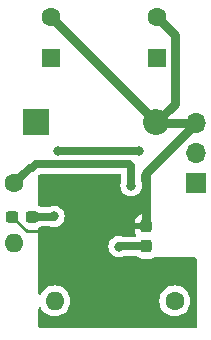
<source format=gbr>
%TF.GenerationSoftware,KiCad,Pcbnew,7.0.1*%
%TF.CreationDate,2023-05-04T19:01:15-07:00*%
%TF.ProjectId,LM2597-Fixed,4c4d3235-3937-42d4-9669-7865642e6b69,rev?*%
%TF.SameCoordinates,Original*%
%TF.FileFunction,Copper,L2,Bot*%
%TF.FilePolarity,Positive*%
%FSLAX46Y46*%
G04 Gerber Fmt 4.6, Leading zero omitted, Abs format (unit mm)*
G04 Created by KiCad (PCBNEW 7.0.1) date 2023-05-04 19:01:15*
%MOMM*%
%LPD*%
G01*
G04 APERTURE LIST*
G04 Aperture macros list*
%AMRoundRect*
0 Rectangle with rounded corners*
0 $1 Rounding radius*
0 $2 $3 $4 $5 $6 $7 $8 $9 X,Y pos of 4 corners*
0 Add a 4 corners polygon primitive as box body*
4,1,4,$2,$3,$4,$5,$6,$7,$8,$9,$2,$3,0*
0 Add four circle primitives for the rounded corners*
1,1,$1+$1,$2,$3*
1,1,$1+$1,$4,$5*
1,1,$1+$1,$6,$7*
1,1,$1+$1,$8,$9*
0 Add four rect primitives between the rounded corners*
20,1,$1+$1,$2,$3,$4,$5,0*
20,1,$1+$1,$4,$5,$6,$7,0*
20,1,$1+$1,$6,$7,$8,$9,0*
20,1,$1+$1,$8,$9,$2,$3,0*%
G04 Aperture macros list end*
%TA.AperFunction,ComponentPad*%
%ADD10C,1.600000*%
%TD*%
%TA.AperFunction,ComponentPad*%
%ADD11O,1.600000X1.600000*%
%TD*%
%TA.AperFunction,ComponentPad*%
%ADD12R,2.200000X2.200000*%
%TD*%
%TA.AperFunction,ComponentPad*%
%ADD13O,2.200000X2.200000*%
%TD*%
%TA.AperFunction,ComponentPad*%
%ADD14R,1.600000X1.600000*%
%TD*%
%TA.AperFunction,ComponentPad*%
%ADD15R,1.700000X1.700000*%
%TD*%
%TA.AperFunction,ComponentPad*%
%ADD16O,1.700000X1.700000*%
%TD*%
%TA.AperFunction,SMDPad,CuDef*%
%ADD17RoundRect,0.237500X0.237500X-0.300000X0.237500X0.300000X-0.237500X0.300000X-0.237500X-0.300000X0*%
%TD*%
%TA.AperFunction,SMDPad,CuDef*%
%ADD18RoundRect,0.237500X0.300000X0.237500X-0.300000X0.237500X-0.300000X-0.237500X0.300000X-0.237500X0*%
%TD*%
%TA.AperFunction,ViaPad*%
%ADD19C,0.800000*%
%TD*%
%TA.AperFunction,Conductor*%
%ADD20C,0.635000*%
%TD*%
%TA.AperFunction,Conductor*%
%ADD21C,0.762000*%
%TD*%
%TA.AperFunction,Conductor*%
%ADD22C,0.250000*%
%TD*%
G04 APERTURE END LIST*
D10*
%TO.P,L1,1,1*%
%TO.N,Net-(D1-K)*%
X161334161Y-107019396D03*
D11*
%TO.P,L1,2,2*%
%TO.N,VCC*%
X151174161Y-107019396D03*
%TD*%
D12*
%TO.P,D1,1,K*%
%TO.N,Net-(D1-K)*%
X149579492Y-91907963D03*
D13*
%TO.P,D1,2,A*%
%TO.N,GND*%
X159739492Y-91907963D03*
%TD*%
D10*
%TO.P,R1,1*%
%TO.N,+VDC*%
X147766141Y-97044385D03*
D11*
%TO.P,R1,2*%
%TO.N,Net-(IC1-ERROR_FLAG)*%
X147766141Y-102124385D03*
%TD*%
D14*
%TO.P,C4,1*%
%TO.N,VCC*%
X159810912Y-86476788D03*
D10*
%TO.P,C4,2*%
%TO.N,GND*%
X159810912Y-82976788D03*
%TD*%
D14*
%TO.P,C3,1*%
%TO.N,+VDC*%
X150853605Y-86476788D03*
D10*
%TO.P,C3,2*%
%TO.N,GND*%
X150853605Y-82976788D03*
%TD*%
D15*
%TO.P,J1,1,Pin_1*%
%TO.N,+VDC*%
X163118369Y-97073471D03*
D16*
%TO.P,J1,2,Pin_2*%
%TO.N,VCC*%
X163118369Y-94533471D03*
%TO.P,J1,3,Pin_3*%
%TO.N,GND*%
X163118369Y-91993471D03*
%TD*%
D17*
%TO.P,C2,1*%
%TO.N,Net-(IC1-~{SHUTDOWN}{slash}SOFT-START)*%
X158921252Y-102417681D03*
%TO.P,C2,2*%
%TO.N,GND*%
X158921252Y-100692681D03*
%TD*%
D18*
%TO.P,C1,1*%
%TO.N,Net-(IC1-DELAY)*%
X149278200Y-99878808D03*
%TO.P,C1,2*%
%TO.N,GND*%
X147553200Y-99878808D03*
%TD*%
D19*
%TO.N,Net-(IC1-DELAY)*%
X151110420Y-99878087D03*
%TO.N,GND*%
X156598987Y-101116350D03*
%TO.N,Net-(IC1-~{SHUTDOWN}{slash}SOFT-START)*%
X156625177Y-102418753D03*
%TO.N,+VDC*%
X157642077Y-97262758D03*
%TO.N,VCC*%
X158318828Y-94334363D03*
X151443568Y-94337281D03*
%TD*%
D20*
%TO.N,Net-(IC1-DELAY)*%
X151109699Y-99878808D02*
X151110420Y-99878087D01*
X149278200Y-99878808D02*
X151109699Y-99878808D01*
D21*
%TO.N,GND*%
X159739492Y-91907963D02*
X161322554Y-90324901D01*
X161322554Y-90324901D02*
X161322554Y-84488430D01*
X163118369Y-91993471D02*
X159825000Y-91993471D01*
X163118369Y-91993471D02*
X158921252Y-96190588D01*
X158921252Y-96190588D02*
X158921252Y-100692681D01*
X161322554Y-84488430D02*
X159810912Y-82976788D01*
D22*
X156598987Y-101116350D02*
X148790742Y-101116350D01*
X148790742Y-101116350D02*
X147553200Y-99878808D01*
D21*
X159739492Y-91907963D02*
X150853605Y-83022076D01*
D20*
%TO.N,Net-(IC1-~{SHUTDOWN}{slash}SOFT-START)*%
X158921252Y-102417681D02*
X156626249Y-102417681D01*
X156626249Y-102417681D02*
X156625177Y-102418753D01*
%TO.N,+VDC*%
X149062012Y-95748514D02*
X149287168Y-95748514D01*
X149062012Y-95748514D02*
X147766141Y-97044385D01*
X149287168Y-95748514D02*
X149608602Y-95427080D01*
X157642077Y-97262758D02*
X157642077Y-95638982D01*
X157430175Y-95427080D02*
X149608602Y-95427080D01*
X157642077Y-95638982D02*
X157430175Y-95427080D01*
%TO.N,VCC*%
X151443568Y-94337281D02*
X158293431Y-94337281D01*
X158293431Y-94337281D02*
X158318828Y-94334363D01*
X158299267Y-94337281D02*
X158296349Y-94337281D01*
X158318828Y-94334363D02*
X158299267Y-94337281D01*
%TD*%
%TA.AperFunction,Conductor*%
%TO.N,GND*%
G36*
X153423277Y-96247343D02*
G01*
X156700149Y-96249257D01*
X156762119Y-96265894D01*
X156807476Y-96311278D01*
X156824077Y-96373257D01*
X156824077Y-96846584D01*
X156818008Y-96884902D01*
X156756403Y-97074500D01*
X156736617Y-97262757D01*
X156736617Y-97262758D01*
X156746510Y-97356886D01*
X156756403Y-97451015D01*
X156814897Y-97631042D01*
X156909543Y-97794974D01*
X157036206Y-97935647D01*
X157189346Y-98046909D01*
X157362274Y-98123902D01*
X157547429Y-98163258D01*
X157547431Y-98163258D01*
X157736723Y-98163258D01*
X157736725Y-98163258D01*
X157860161Y-98137020D01*
X157921880Y-98123902D01*
X158094807Y-98046909D01*
X158247948Y-97935646D01*
X158374610Y-97794974D01*
X158469256Y-97631042D01*
X158527751Y-97451014D01*
X158547537Y-97262758D01*
X158527751Y-97074502D01*
X158469256Y-96894474D01*
X158466146Y-96884902D01*
X158460077Y-96846584D01*
X158460077Y-96374356D01*
X158476702Y-96312335D01*
X158522119Y-96266945D01*
X158584148Y-96250356D01*
X159143634Y-96250682D01*
X159205540Y-96267283D01*
X159250888Y-96312580D01*
X159267560Y-96374469D01*
X159272982Y-99530968D01*
X159256440Y-99593058D01*
X159211043Y-99638533D01*
X159179415Y-99647017D01*
X159171252Y-99655181D01*
X159171252Y-100818681D01*
X159154639Y-100880681D01*
X159109252Y-100926068D01*
X159047252Y-100942681D01*
X157946253Y-100942681D01*
X157946253Y-101041828D01*
X157956570Y-101142831D01*
X158010799Y-101306485D01*
X158075009Y-101410584D01*
X158093441Y-101472976D01*
X158077749Y-101536113D01*
X158032250Y-101582614D01*
X157969471Y-101599681D01*
X157025831Y-101599681D01*
X156975395Y-101588960D01*
X156904979Y-101557608D01*
X156719825Y-101518253D01*
X156719823Y-101518253D01*
X156530531Y-101518253D01*
X156530529Y-101518253D01*
X156345374Y-101557608D01*
X156172446Y-101634601D01*
X156019306Y-101745863D01*
X155892643Y-101886536D01*
X155797997Y-102050468D01*
X155739503Y-102230495D01*
X155719717Y-102418753D01*
X155739503Y-102607010D01*
X155797997Y-102787037D01*
X155892643Y-102950969D01*
X156019306Y-103091642D01*
X156172446Y-103202904D01*
X156345374Y-103279897D01*
X156530529Y-103319253D01*
X156530531Y-103319253D01*
X156719823Y-103319253D01*
X156719825Y-103319253D01*
X156843261Y-103293015D01*
X156904980Y-103279897D01*
X156952730Y-103258636D01*
X156980211Y-103246402D01*
X157030647Y-103235681D01*
X158106700Y-103235681D01*
X158154153Y-103245120D01*
X158194382Y-103272001D01*
X158222899Y-103300519D01*
X158222901Y-103300520D01*
X158222902Y-103300521D01*
X158254074Y-103319748D01*
X158369736Y-103391089D01*
X158533498Y-103445355D01*
X158542866Y-103446312D01*
X158634575Y-103455681D01*
X159207928Y-103455680D01*
X159309005Y-103445355D01*
X159472768Y-103391089D01*
X159558503Y-103338206D01*
X159624276Y-103319748D01*
X163056734Y-103338608D01*
X163118302Y-103355363D01*
X163163388Y-103400515D01*
X163180052Y-103462108D01*
X163203129Y-109205322D01*
X163186660Y-109267573D01*
X163141193Y-109313171D01*
X163078990Y-109329820D01*
X149917004Y-109314923D01*
X149855184Y-109298333D01*
X149809874Y-109253125D01*
X149793145Y-109191344D01*
X149788029Y-107683815D01*
X149805566Y-107619822D01*
X149853590Y-107574032D01*
X149918349Y-107559559D01*
X149981297Y-107580550D01*
X150024410Y-107630992D01*
X150043594Y-107672132D01*
X150174114Y-107858536D01*
X150335020Y-108019442D01*
X150521425Y-108149963D01*
X150521426Y-108149963D01*
X150521427Y-108149964D01*
X150727665Y-108246135D01*
X150947469Y-108305031D01*
X151174161Y-108324864D01*
X151400853Y-108305031D01*
X151620657Y-108246135D01*
X151826895Y-108149964D01*
X152013300Y-108019443D01*
X152174208Y-107858535D01*
X152304729Y-107672130D01*
X152400900Y-107465892D01*
X152459796Y-107246088D01*
X152479629Y-107019396D01*
X152479629Y-107019395D01*
X160028692Y-107019395D01*
X160048525Y-107246085D01*
X160107422Y-107465893D01*
X160203593Y-107672131D01*
X160334114Y-107858536D01*
X160495020Y-108019442D01*
X160681425Y-108149963D01*
X160681426Y-108149963D01*
X160681427Y-108149964D01*
X160887665Y-108246135D01*
X161107469Y-108305031D01*
X161334161Y-108324864D01*
X161560853Y-108305031D01*
X161780657Y-108246135D01*
X161986895Y-108149964D01*
X162173300Y-108019443D01*
X162334208Y-107858535D01*
X162464729Y-107672130D01*
X162560900Y-107465892D01*
X162619796Y-107246088D01*
X162639629Y-107019396D01*
X162619796Y-106792704D01*
X162560900Y-106572900D01*
X162464729Y-106366662D01*
X162463850Y-106365407D01*
X162334207Y-106180255D01*
X162173301Y-106019349D01*
X161986896Y-105888828D01*
X161780658Y-105792657D01*
X161560850Y-105733760D01*
X161334161Y-105713927D01*
X161107471Y-105733760D01*
X160887663Y-105792657D01*
X160681425Y-105888828D01*
X160495020Y-106019349D01*
X160334114Y-106180255D01*
X160203593Y-106366660D01*
X160107422Y-106572898D01*
X160048525Y-106792706D01*
X160028692Y-107019395D01*
X152479629Y-107019395D01*
X152459796Y-106792704D01*
X152400900Y-106572900D01*
X152304729Y-106366662D01*
X152303850Y-106365407D01*
X152174207Y-106180255D01*
X152013301Y-106019349D01*
X151826896Y-105888828D01*
X151620658Y-105792657D01*
X151400850Y-105733760D01*
X151174161Y-105713927D01*
X150947471Y-105733760D01*
X150727663Y-105792657D01*
X150521425Y-105888828D01*
X150335020Y-106019349D01*
X150174114Y-106180255D01*
X150043591Y-106366663D01*
X150019936Y-106417392D01*
X149976964Y-106467740D01*
X149914212Y-106488807D01*
X149849563Y-106474590D01*
X149801440Y-106429139D01*
X149783556Y-106365407D01*
X149781939Y-105888828D01*
X149765085Y-100921798D01*
X149775593Y-100871425D01*
X149805650Y-100829651D01*
X149850077Y-100803679D01*
X149892216Y-100789716D01*
X150012914Y-100715268D01*
X150078010Y-100696808D01*
X150708978Y-100696808D01*
X150759413Y-100707528D01*
X150811040Y-100730514D01*
X150830619Y-100739232D01*
X151015772Y-100778587D01*
X151015774Y-100778587D01*
X151205066Y-100778587D01*
X151205068Y-100778587D01*
X151328504Y-100752349D01*
X151390223Y-100739231D01*
X151563150Y-100662238D01*
X151716291Y-100550975D01*
X151813800Y-100442681D01*
X157946252Y-100442681D01*
X158671252Y-100442681D01*
X158671252Y-99655182D01*
X158634605Y-99655182D01*
X158533601Y-99665499D01*
X158369950Y-99719727D01*
X158223211Y-99810237D01*
X158101308Y-99932140D01*
X158010798Y-100078879D01*
X157956570Y-100242529D01*
X157946252Y-100343534D01*
X157946252Y-100442681D01*
X151813800Y-100442681D01*
X151842953Y-100410303D01*
X151937599Y-100246371D01*
X151996094Y-100066343D01*
X152015880Y-99878087D01*
X151996094Y-99689831D01*
X151937599Y-99509803D01*
X151937599Y-99509802D01*
X151842953Y-99345870D01*
X151716290Y-99205197D01*
X151563150Y-99093935D01*
X151390222Y-99016942D01*
X151205068Y-98977587D01*
X151205066Y-98977587D01*
X151015774Y-98977587D01*
X151015772Y-98977587D01*
X150830617Y-99016942D01*
X150756175Y-99050087D01*
X150705739Y-99060808D01*
X150078010Y-99060808D01*
X150012914Y-99042347D01*
X149892216Y-98967900D01*
X149842993Y-98951589D01*
X149798774Y-98925805D01*
X149768736Y-98884356D01*
X149758002Y-98834310D01*
X149750056Y-96492685D01*
X149765430Y-96432465D01*
X149792422Y-96403872D01*
X149790529Y-96401979D01*
X149800407Y-96392100D01*
X149800410Y-96392099D01*
X149910850Y-96281658D01*
X149951106Y-96254769D01*
X149998595Y-96245344D01*
X153423277Y-96247343D01*
G37*
%TD.AperFunction*%
%TD*%
M02*

</source>
